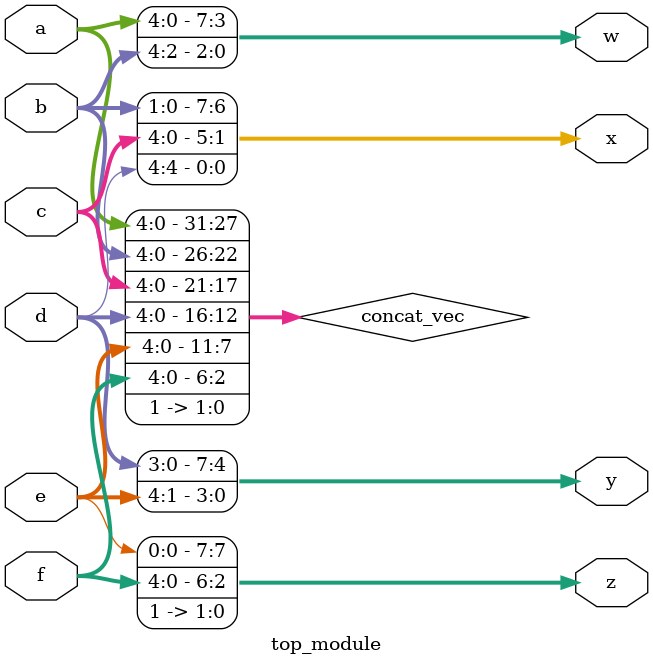
<source format=v>
module top_module (
    input [4:0] a, b, c, d, e, f,
    output [7:0] w, x, y, z );
    wire[31:0] concat_vec;
    assign concat_vec = {a, b, c, d, e, f, 2'b11};
    assign w = concat_vec[31:24];
    assign x = concat_vec[23:16];
    assign y = concat_vec[15:8];
    assign z = concat_vec[7:0];
endmodule
</source>
